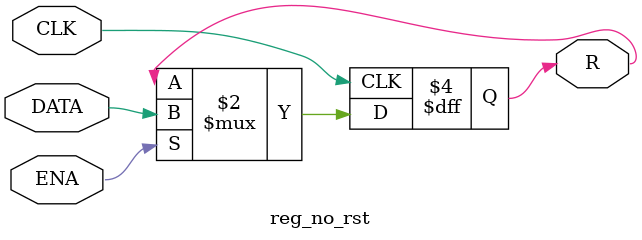
<source format=sv>
/*******************************************************************
*** ECE526L Experiment #10 Joshua Rothe, Spring 2017             ***
*** n-Bit Register without reset                                 ***
********************************************************************
*** Filename: reg_no_rst.sv   Created by Joshua Rothe, 14 Feb 17 ***
*** --- Rev: 0.1 - Initial release (JR) 2/14/17                  ***
*** --- 0.2 - Updated for RISC-V (JR) 5/8/17                     ***
********************************************************************
*** This module models an n-bit register without rst.            ***
********************************************************************/

`timescale 1 ns / 1 ns      // set timescale and precision to .1 ns

module reg_no_rst(CLK, ENA, DATA, R);

    parameter REG_SIZE = 1;

// Port declarations, aka inputs and outputs
    output reg [REG_SIZE-1:0] R;
    input [REG_SIZE-1:0] DATA;
    input CLK, ENA;

// Code
always @(posedge CLK)
    if (ENA) R <= DATA;

endmodule

</source>
